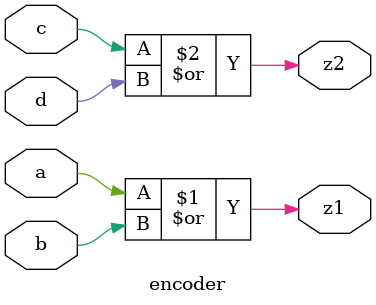
<source format=v>
module encoder(a,b,c,d,z1,z2);

input a,b,c,d;
output z1,z2;

or(z1,a,b);
or(z2,c,d);

endmodule
</source>
